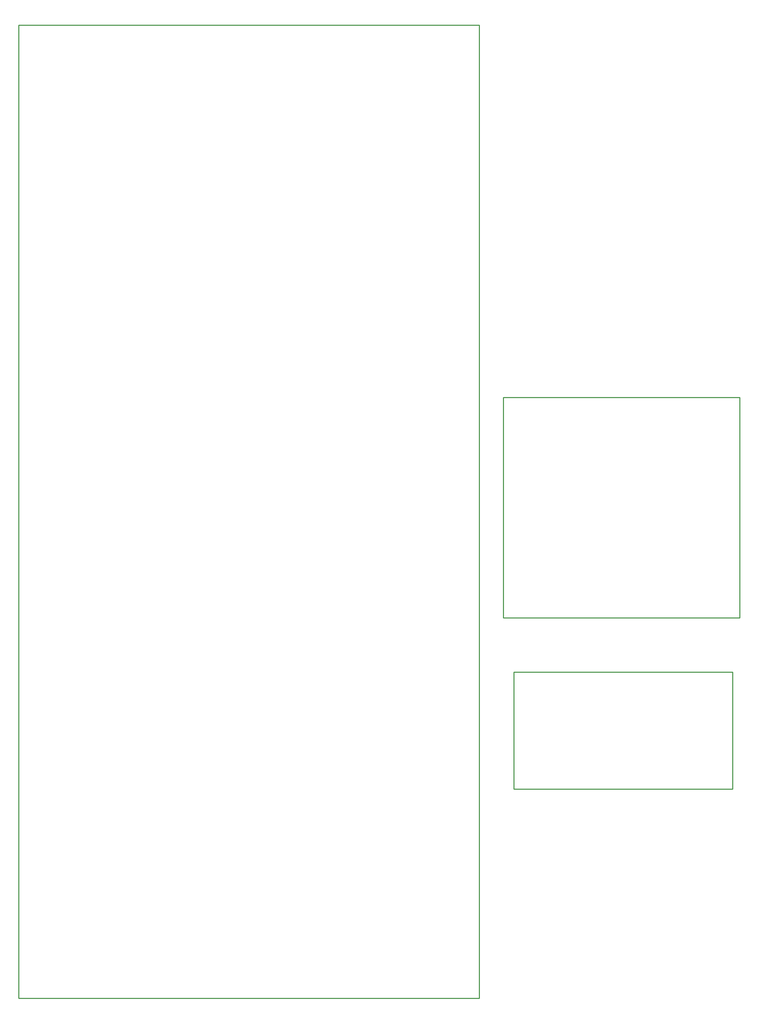
<source format=gm1>
G04 Layer_Color=16711935*
%FSLAX44Y44*%
%MOMM*%
G71*
G01*
G75*
%ADD45C,0.2540*%
D45*
X-100000Y-300000D02*
X1050000D01*
Y2130000D01*
X-100000D02*
X1050000D01*
X-100000Y-300000D02*
Y2130000D01*
X1682750Y222250D02*
Y514350D01*
X1136650D02*
X1682750D01*
X1136650Y222250D02*
X1682750D01*
X1136650D02*
Y514350D01*
X1110000Y650000D02*
Y1200000D01*
X1700000D01*
Y650000D02*
Y1200000D01*
X1110000Y650000D02*
X1700000D01*
M02*

</source>
